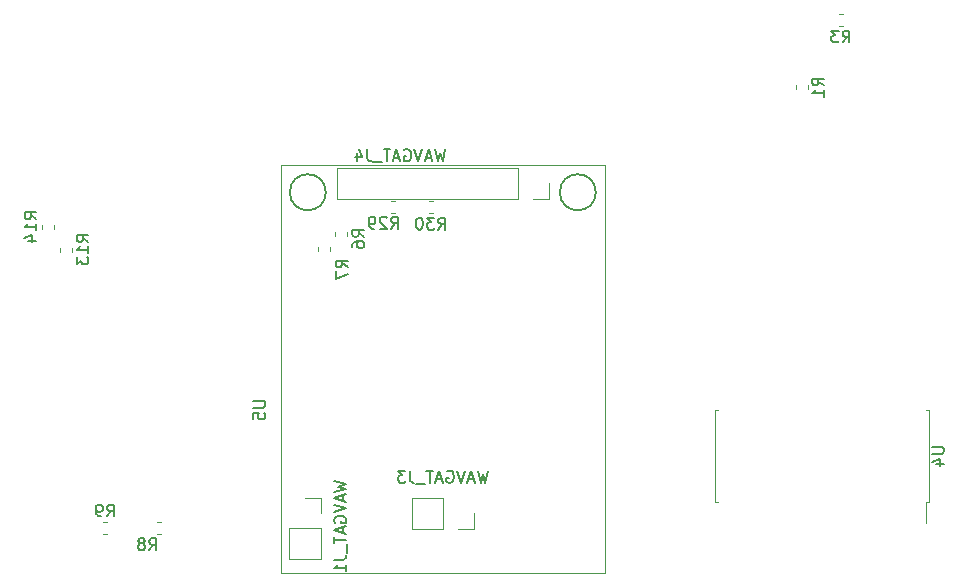
<source format=gbr>
G04 #@! TF.GenerationSoftware,KiCad,Pcbnew,5.1.4+dfsg1-1*
G04 #@! TF.CreationDate,2019-10-28T17:39:09+02:00*
G04 #@! TF.ProjectId,backplane,6261636b-706c-4616-9e65-2e6b69636164,rev?*
G04 #@! TF.SameCoordinates,Original*
G04 #@! TF.FileFunction,Legend,Bot*
G04 #@! TF.FilePolarity,Positive*
%FSLAX46Y46*%
G04 Gerber Fmt 4.6, Leading zero omitted, Abs format (unit mm)*
G04 Created by KiCad (PCBNEW 5.1.4+dfsg1-1) date 2019-10-28 17:39:09*
%MOMM*%
%LPD*%
G04 APERTURE LIST*
%ADD10C,0.150000*%
%ADD11C,0.120000*%
G04 APERTURE END LIST*
D10*
X116608000Y-85676000D02*
G75*
G03X116608000Y-85676000I-1524000J0D01*
G01*
X139468000Y-85676000D02*
G75*
G03X139468000Y-85676000I-1524000J0D01*
G01*
D11*
X132864000Y-86244000D02*
X132864000Y-83584000D01*
X132864000Y-83584000D02*
X117564000Y-83584000D01*
X132864000Y-86244000D02*
X117564000Y-86244000D01*
X117564000Y-86244000D02*
X117564000Y-83584000D01*
X135464000Y-86244000D02*
X135464000Y-84914000D01*
X134134000Y-86244000D02*
X135464000Y-86244000D01*
X126514000Y-114184000D02*
X123914000Y-114184000D01*
X129114000Y-114184000D02*
X129114000Y-112854000D01*
X126514000Y-111524000D02*
X123914000Y-111524000D01*
X126514000Y-114184000D02*
X126514000Y-111524000D01*
X127784000Y-114184000D02*
X129114000Y-114184000D01*
X123914000Y-114184000D02*
X123914000Y-111524000D01*
X116160000Y-114124000D02*
X116160000Y-116724000D01*
X116160000Y-111524000D02*
X114830000Y-111524000D01*
X113500000Y-114124000D02*
X113500000Y-116724000D01*
X116160000Y-114124000D02*
X113500000Y-114124000D01*
X116160000Y-112854000D02*
X116160000Y-111524000D01*
X116160000Y-116724000D02*
X113500000Y-116724000D01*
X140230000Y-83390000D02*
X112798000Y-83390000D01*
X112798000Y-117934000D02*
X140230000Y-117934000D01*
X140230000Y-117934000D02*
X140230000Y-83390000D01*
X112798000Y-117934000D02*
X112798000Y-83390000D01*
X157410000Y-76971267D02*
X157410000Y-76628733D01*
X156390000Y-76971267D02*
X156390000Y-76628733D01*
X160028733Y-71610000D02*
X160371267Y-71610000D01*
X160028733Y-70590000D02*
X160371267Y-70590000D01*
X117370000Y-89396267D02*
X117370000Y-89053733D01*
X118390000Y-89396267D02*
X118390000Y-89053733D01*
X116950000Y-90686267D02*
X116950000Y-90343733D01*
X115930000Y-90686267D02*
X115930000Y-90343733D01*
X102328733Y-113590000D02*
X102671267Y-113590000D01*
X102328733Y-114610000D02*
X102671267Y-114610000D01*
X98096267Y-113590000D02*
X97753733Y-113590000D01*
X98096267Y-114610000D02*
X97753733Y-114610000D01*
X95135000Y-90696267D02*
X95135000Y-90353733D01*
X94115000Y-90696267D02*
X94115000Y-90353733D01*
X93585000Y-88428733D02*
X93585000Y-88771267D01*
X92565000Y-88428733D02*
X92565000Y-88771267D01*
X122471267Y-87460000D02*
X122128733Y-87460000D01*
X122471267Y-86440000D02*
X122128733Y-86440000D01*
X125328733Y-86440000D02*
X125671267Y-86440000D01*
X125328733Y-87460000D02*
X125671267Y-87460000D01*
X149540000Y-108000000D02*
X149540000Y-104140000D01*
X149540000Y-104140000D02*
X149785000Y-104140000D01*
X149540000Y-108000000D02*
X149540000Y-111860000D01*
X149540000Y-111860000D02*
X149785000Y-111860000D01*
X167660000Y-108000000D02*
X167660000Y-104140000D01*
X167660000Y-104140000D02*
X167415000Y-104140000D01*
X167660000Y-108000000D02*
X167660000Y-111860000D01*
X167660000Y-111860000D02*
X167415000Y-111860000D01*
X167415000Y-111860000D02*
X167415000Y-113675000D01*
D10*
X110472380Y-103329095D02*
X111281904Y-103329095D01*
X111377142Y-103376714D01*
X111424761Y-103424333D01*
X111472380Y-103519571D01*
X111472380Y-103710047D01*
X111424761Y-103805285D01*
X111377142Y-103852904D01*
X111281904Y-103900523D01*
X110472380Y-103900523D01*
X110472380Y-104852904D02*
X110472380Y-104376714D01*
X110948571Y-104329095D01*
X110900952Y-104376714D01*
X110853333Y-104471952D01*
X110853333Y-104710047D01*
X110900952Y-104805285D01*
X110948571Y-104852904D01*
X111043809Y-104900523D01*
X111281904Y-104900523D01*
X111377142Y-104852904D01*
X111424761Y-104805285D01*
X111472380Y-104710047D01*
X111472380Y-104471952D01*
X111424761Y-104376714D01*
X111377142Y-104329095D01*
X117330380Y-110163666D02*
X118330380Y-110401761D01*
X117616095Y-110592238D01*
X118330380Y-110782714D01*
X117330380Y-111020809D01*
X118044666Y-111354142D02*
X118044666Y-111830333D01*
X118330380Y-111258904D02*
X117330380Y-111592238D01*
X118330380Y-111925571D01*
X117330380Y-112116047D02*
X118330380Y-112449380D01*
X117330380Y-112782714D01*
X117378000Y-113639857D02*
X117330380Y-113544619D01*
X117330380Y-113401761D01*
X117378000Y-113258904D01*
X117473238Y-113163666D01*
X117568476Y-113116047D01*
X117758952Y-113068428D01*
X117901809Y-113068428D01*
X118092285Y-113116047D01*
X118187523Y-113163666D01*
X118282761Y-113258904D01*
X118330380Y-113401761D01*
X118330380Y-113497000D01*
X118282761Y-113639857D01*
X118235142Y-113687476D01*
X117901809Y-113687476D01*
X117901809Y-113497000D01*
X118044666Y-114068428D02*
X118044666Y-114544619D01*
X118330380Y-113973190D02*
X117330380Y-114306523D01*
X118330380Y-114639857D01*
X117330380Y-114830333D02*
X117330380Y-115401761D01*
X118330380Y-115116047D02*
X117330380Y-115116047D01*
X118425619Y-115497000D02*
X118425619Y-116258904D01*
X117330380Y-116782714D02*
X118044666Y-116782714D01*
X118187523Y-116735095D01*
X118282761Y-116639857D01*
X118330380Y-116497000D01*
X118330380Y-116401761D01*
X118330380Y-117782714D02*
X118330380Y-117211285D01*
X118330380Y-117497000D02*
X117330380Y-117497000D01*
X117473238Y-117401761D01*
X117568476Y-117306523D01*
X117616095Y-117211285D01*
X130347333Y-109258380D02*
X130109238Y-110258380D01*
X129918761Y-109544095D01*
X129728285Y-110258380D01*
X129490190Y-109258380D01*
X129156857Y-109972666D02*
X128680666Y-109972666D01*
X129252095Y-110258380D02*
X128918761Y-109258380D01*
X128585428Y-110258380D01*
X128394952Y-109258380D02*
X128061619Y-110258380D01*
X127728285Y-109258380D01*
X126871142Y-109306000D02*
X126966380Y-109258380D01*
X127109238Y-109258380D01*
X127252095Y-109306000D01*
X127347333Y-109401238D01*
X127394952Y-109496476D01*
X127442571Y-109686952D01*
X127442571Y-109829809D01*
X127394952Y-110020285D01*
X127347333Y-110115523D01*
X127252095Y-110210761D01*
X127109238Y-110258380D01*
X127014000Y-110258380D01*
X126871142Y-110210761D01*
X126823523Y-110163142D01*
X126823523Y-109829809D01*
X127014000Y-109829809D01*
X126442571Y-109972666D02*
X125966380Y-109972666D01*
X126537809Y-110258380D02*
X126204476Y-109258380D01*
X125871142Y-110258380D01*
X125680666Y-109258380D02*
X125109238Y-109258380D01*
X125394952Y-110258380D02*
X125394952Y-109258380D01*
X125014000Y-110353619D02*
X124252095Y-110353619D01*
X123728285Y-109258380D02*
X123728285Y-109972666D01*
X123775904Y-110115523D01*
X123871142Y-110210761D01*
X124014000Y-110258380D01*
X124109238Y-110258380D01*
X123347333Y-109258380D02*
X122728285Y-109258380D01*
X123061619Y-109639333D01*
X122918761Y-109639333D01*
X122823523Y-109686952D01*
X122775904Y-109734571D01*
X122728285Y-109829809D01*
X122728285Y-110067904D01*
X122775904Y-110163142D01*
X122823523Y-110210761D01*
X122918761Y-110258380D01*
X123204476Y-110258380D01*
X123299714Y-110210761D01*
X123347333Y-110163142D01*
X126733333Y-82052380D02*
X126495238Y-83052380D01*
X126304761Y-82338095D01*
X126114285Y-83052380D01*
X125876190Y-82052380D01*
X125542857Y-82766666D02*
X125066666Y-82766666D01*
X125638095Y-83052380D02*
X125304761Y-82052380D01*
X124971428Y-83052380D01*
X124780952Y-82052380D02*
X124447619Y-83052380D01*
X124114285Y-82052380D01*
X123257142Y-82100000D02*
X123352380Y-82052380D01*
X123495238Y-82052380D01*
X123638095Y-82100000D01*
X123733333Y-82195238D01*
X123780952Y-82290476D01*
X123828571Y-82480952D01*
X123828571Y-82623809D01*
X123780952Y-82814285D01*
X123733333Y-82909523D01*
X123638095Y-83004761D01*
X123495238Y-83052380D01*
X123400000Y-83052380D01*
X123257142Y-83004761D01*
X123209523Y-82957142D01*
X123209523Y-82623809D01*
X123400000Y-82623809D01*
X122828571Y-82766666D02*
X122352380Y-82766666D01*
X122923809Y-83052380D02*
X122590476Y-82052380D01*
X122257142Y-83052380D01*
X122066666Y-82052380D02*
X121495238Y-82052380D01*
X121780952Y-83052380D02*
X121780952Y-82052380D01*
X121400000Y-83147619D02*
X120638095Y-83147619D01*
X120114285Y-82052380D02*
X120114285Y-82766666D01*
X120161904Y-82909523D01*
X120257142Y-83004761D01*
X120400000Y-83052380D01*
X120495238Y-83052380D01*
X119209523Y-82385714D02*
X119209523Y-83052380D01*
X119447619Y-82004761D02*
X119685714Y-82719047D01*
X119066666Y-82719047D01*
X158782380Y-76633333D02*
X158306190Y-76300000D01*
X158782380Y-76061904D02*
X157782380Y-76061904D01*
X157782380Y-76442857D01*
X157830000Y-76538095D01*
X157877619Y-76585714D01*
X157972857Y-76633333D01*
X158115714Y-76633333D01*
X158210952Y-76585714D01*
X158258571Y-76538095D01*
X158306190Y-76442857D01*
X158306190Y-76061904D01*
X158782380Y-77585714D02*
X158782380Y-77014285D01*
X158782380Y-77300000D02*
X157782380Y-77300000D01*
X157925238Y-77204761D01*
X158020476Y-77109523D01*
X158068095Y-77014285D01*
X160366666Y-72982380D02*
X160700000Y-72506190D01*
X160938095Y-72982380D02*
X160938095Y-71982380D01*
X160557142Y-71982380D01*
X160461904Y-72030000D01*
X160414285Y-72077619D01*
X160366666Y-72172857D01*
X160366666Y-72315714D01*
X160414285Y-72410952D01*
X160461904Y-72458571D01*
X160557142Y-72506190D01*
X160938095Y-72506190D01*
X160033333Y-71982380D02*
X159414285Y-71982380D01*
X159747619Y-72363333D01*
X159604761Y-72363333D01*
X159509523Y-72410952D01*
X159461904Y-72458571D01*
X159414285Y-72553809D01*
X159414285Y-72791904D01*
X159461904Y-72887142D01*
X159509523Y-72934761D01*
X159604761Y-72982380D01*
X159890476Y-72982380D01*
X159985714Y-72934761D01*
X160033333Y-72887142D01*
X119852380Y-89433333D02*
X119376190Y-89100000D01*
X119852380Y-88861904D02*
X118852380Y-88861904D01*
X118852380Y-89242857D01*
X118900000Y-89338095D01*
X118947619Y-89385714D01*
X119042857Y-89433333D01*
X119185714Y-89433333D01*
X119280952Y-89385714D01*
X119328571Y-89338095D01*
X119376190Y-89242857D01*
X119376190Y-88861904D01*
X118852380Y-90290476D02*
X118852380Y-90100000D01*
X118900000Y-90004761D01*
X118947619Y-89957142D01*
X119090476Y-89861904D01*
X119280952Y-89814285D01*
X119661904Y-89814285D01*
X119757142Y-89861904D01*
X119804761Y-89909523D01*
X119852380Y-90004761D01*
X119852380Y-90195238D01*
X119804761Y-90290476D01*
X119757142Y-90338095D01*
X119661904Y-90385714D01*
X119423809Y-90385714D01*
X119328571Y-90338095D01*
X119280952Y-90290476D01*
X119233333Y-90195238D01*
X119233333Y-90004761D01*
X119280952Y-89909523D01*
X119328571Y-89861904D01*
X119423809Y-89814285D01*
X118452380Y-92033333D02*
X117976190Y-91700000D01*
X118452380Y-91461904D02*
X117452380Y-91461904D01*
X117452380Y-91842857D01*
X117500000Y-91938095D01*
X117547619Y-91985714D01*
X117642857Y-92033333D01*
X117785714Y-92033333D01*
X117880952Y-91985714D01*
X117928571Y-91938095D01*
X117976190Y-91842857D01*
X117976190Y-91461904D01*
X117452380Y-92366666D02*
X117452380Y-93033333D01*
X118452380Y-92604761D01*
X101666666Y-115982380D02*
X102000000Y-115506190D01*
X102238095Y-115982380D02*
X102238095Y-114982380D01*
X101857142Y-114982380D01*
X101761904Y-115030000D01*
X101714285Y-115077619D01*
X101666666Y-115172857D01*
X101666666Y-115315714D01*
X101714285Y-115410952D01*
X101761904Y-115458571D01*
X101857142Y-115506190D01*
X102238095Y-115506190D01*
X101095238Y-115410952D02*
X101190476Y-115363333D01*
X101238095Y-115315714D01*
X101285714Y-115220476D01*
X101285714Y-115172857D01*
X101238095Y-115077619D01*
X101190476Y-115030000D01*
X101095238Y-114982380D01*
X100904761Y-114982380D01*
X100809523Y-115030000D01*
X100761904Y-115077619D01*
X100714285Y-115172857D01*
X100714285Y-115220476D01*
X100761904Y-115315714D01*
X100809523Y-115363333D01*
X100904761Y-115410952D01*
X101095238Y-115410952D01*
X101190476Y-115458571D01*
X101238095Y-115506190D01*
X101285714Y-115601428D01*
X101285714Y-115791904D01*
X101238095Y-115887142D01*
X101190476Y-115934761D01*
X101095238Y-115982380D01*
X100904761Y-115982380D01*
X100809523Y-115934761D01*
X100761904Y-115887142D01*
X100714285Y-115791904D01*
X100714285Y-115601428D01*
X100761904Y-115506190D01*
X100809523Y-115458571D01*
X100904761Y-115410952D01*
X98091666Y-113122380D02*
X98425000Y-112646190D01*
X98663095Y-113122380D02*
X98663095Y-112122380D01*
X98282142Y-112122380D01*
X98186904Y-112170000D01*
X98139285Y-112217619D01*
X98091666Y-112312857D01*
X98091666Y-112455714D01*
X98139285Y-112550952D01*
X98186904Y-112598571D01*
X98282142Y-112646190D01*
X98663095Y-112646190D01*
X97615476Y-113122380D02*
X97425000Y-113122380D01*
X97329761Y-113074761D01*
X97282142Y-113027142D01*
X97186904Y-112884285D01*
X97139285Y-112693809D01*
X97139285Y-112312857D01*
X97186904Y-112217619D01*
X97234523Y-112170000D01*
X97329761Y-112122380D01*
X97520238Y-112122380D01*
X97615476Y-112170000D01*
X97663095Y-112217619D01*
X97710714Y-112312857D01*
X97710714Y-112550952D01*
X97663095Y-112646190D01*
X97615476Y-112693809D01*
X97520238Y-112741428D01*
X97329761Y-112741428D01*
X97234523Y-112693809D01*
X97186904Y-112646190D01*
X97139285Y-112550952D01*
X96507380Y-89882142D02*
X96031190Y-89548809D01*
X96507380Y-89310714D02*
X95507380Y-89310714D01*
X95507380Y-89691666D01*
X95555000Y-89786904D01*
X95602619Y-89834523D01*
X95697857Y-89882142D01*
X95840714Y-89882142D01*
X95935952Y-89834523D01*
X95983571Y-89786904D01*
X96031190Y-89691666D01*
X96031190Y-89310714D01*
X96507380Y-90834523D02*
X96507380Y-90263095D01*
X96507380Y-90548809D02*
X95507380Y-90548809D01*
X95650238Y-90453571D01*
X95745476Y-90358333D01*
X95793095Y-90263095D01*
X95507380Y-91167857D02*
X95507380Y-91786904D01*
X95888333Y-91453571D01*
X95888333Y-91596428D01*
X95935952Y-91691666D01*
X95983571Y-91739285D01*
X96078809Y-91786904D01*
X96316904Y-91786904D01*
X96412142Y-91739285D01*
X96459761Y-91691666D01*
X96507380Y-91596428D01*
X96507380Y-91310714D01*
X96459761Y-91215476D01*
X96412142Y-91167857D01*
X92097380Y-87957142D02*
X91621190Y-87623809D01*
X92097380Y-87385714D02*
X91097380Y-87385714D01*
X91097380Y-87766666D01*
X91145000Y-87861904D01*
X91192619Y-87909523D01*
X91287857Y-87957142D01*
X91430714Y-87957142D01*
X91525952Y-87909523D01*
X91573571Y-87861904D01*
X91621190Y-87766666D01*
X91621190Y-87385714D01*
X92097380Y-88909523D02*
X92097380Y-88338095D01*
X92097380Y-88623809D02*
X91097380Y-88623809D01*
X91240238Y-88528571D01*
X91335476Y-88433333D01*
X91383095Y-88338095D01*
X91430714Y-89766666D02*
X92097380Y-89766666D01*
X91049761Y-89528571D02*
X91764047Y-89290476D01*
X91764047Y-89909523D01*
X122142857Y-88752380D02*
X122476190Y-88276190D01*
X122714285Y-88752380D02*
X122714285Y-87752380D01*
X122333333Y-87752380D01*
X122238095Y-87800000D01*
X122190476Y-87847619D01*
X122142857Y-87942857D01*
X122142857Y-88085714D01*
X122190476Y-88180952D01*
X122238095Y-88228571D01*
X122333333Y-88276190D01*
X122714285Y-88276190D01*
X121761904Y-87847619D02*
X121714285Y-87800000D01*
X121619047Y-87752380D01*
X121380952Y-87752380D01*
X121285714Y-87800000D01*
X121238095Y-87847619D01*
X121190476Y-87942857D01*
X121190476Y-88038095D01*
X121238095Y-88180952D01*
X121809523Y-88752380D01*
X121190476Y-88752380D01*
X120714285Y-88752380D02*
X120523809Y-88752380D01*
X120428571Y-88704761D01*
X120380952Y-88657142D01*
X120285714Y-88514285D01*
X120238095Y-88323809D01*
X120238095Y-87942857D01*
X120285714Y-87847619D01*
X120333333Y-87800000D01*
X120428571Y-87752380D01*
X120619047Y-87752380D01*
X120714285Y-87800000D01*
X120761904Y-87847619D01*
X120809523Y-87942857D01*
X120809523Y-88180952D01*
X120761904Y-88276190D01*
X120714285Y-88323809D01*
X120619047Y-88371428D01*
X120428571Y-88371428D01*
X120333333Y-88323809D01*
X120285714Y-88276190D01*
X120238095Y-88180952D01*
X126142857Y-88832380D02*
X126476190Y-88356190D01*
X126714285Y-88832380D02*
X126714285Y-87832380D01*
X126333333Y-87832380D01*
X126238095Y-87880000D01*
X126190476Y-87927619D01*
X126142857Y-88022857D01*
X126142857Y-88165714D01*
X126190476Y-88260952D01*
X126238095Y-88308571D01*
X126333333Y-88356190D01*
X126714285Y-88356190D01*
X125809523Y-87832380D02*
X125190476Y-87832380D01*
X125523809Y-88213333D01*
X125380952Y-88213333D01*
X125285714Y-88260952D01*
X125238095Y-88308571D01*
X125190476Y-88403809D01*
X125190476Y-88641904D01*
X125238095Y-88737142D01*
X125285714Y-88784761D01*
X125380952Y-88832380D01*
X125666666Y-88832380D01*
X125761904Y-88784761D01*
X125809523Y-88737142D01*
X124571428Y-87832380D02*
X124476190Y-87832380D01*
X124380952Y-87880000D01*
X124333333Y-87927619D01*
X124285714Y-88022857D01*
X124238095Y-88213333D01*
X124238095Y-88451428D01*
X124285714Y-88641904D01*
X124333333Y-88737142D01*
X124380952Y-88784761D01*
X124476190Y-88832380D01*
X124571428Y-88832380D01*
X124666666Y-88784761D01*
X124714285Y-88737142D01*
X124761904Y-88641904D01*
X124809523Y-88451428D01*
X124809523Y-88213333D01*
X124761904Y-88022857D01*
X124714285Y-87927619D01*
X124666666Y-87880000D01*
X124571428Y-87832380D01*
X167952380Y-107238095D02*
X168761904Y-107238095D01*
X168857142Y-107285714D01*
X168904761Y-107333333D01*
X168952380Y-107428571D01*
X168952380Y-107619047D01*
X168904761Y-107714285D01*
X168857142Y-107761904D01*
X168761904Y-107809523D01*
X167952380Y-107809523D01*
X168285714Y-108714285D02*
X168952380Y-108714285D01*
X167904761Y-108476190D02*
X168619047Y-108238095D01*
X168619047Y-108857142D01*
M02*

</source>
